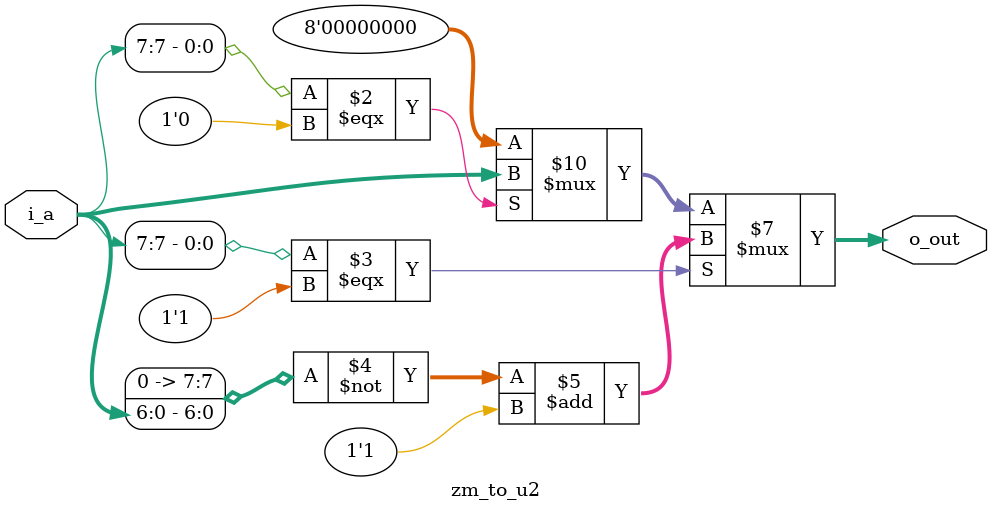
<source format=sv>
module zm_to_u2(i_a, o_out);

    parameter M = 8;

    input logic [M-1:0] i_a;
    output logic [M-1:0] o_out;

    always @(*)
    begin
        o_out = '0;

        if (i_a[M-1] === 0)
            o_out = i_a;

        if (i_a[M-1] === 1)
        begin
            o_out = ~({1'b0, i_a[M-2:0]}) + 1'b1;
        end
    end
endmodule
</source>
